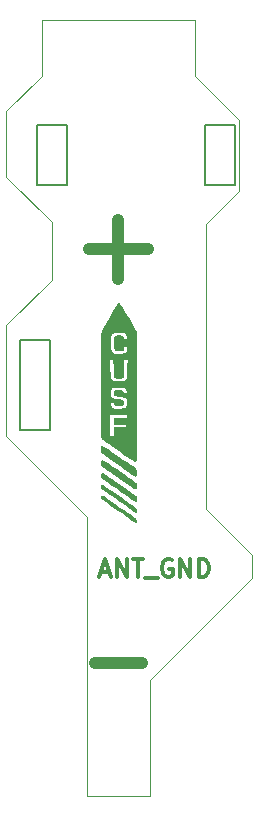
<source format=gbr>
%TF.GenerationSoftware,KiCad,Pcbnew,(5.0.0-rc3-dev)*%
%TF.CreationDate,2019-02-19T23:04:41+00:00*%
%TF.ProjectId,battery_breakout,626174746572795F627265616B6F7574,rev?*%
%TF.SameCoordinates,Original*%
%TF.FileFunction,Legend,Top*%
%TF.FilePolarity,Positive*%
%FSLAX46Y46*%
G04 Gerber Fmt 4.6, Leading zero omitted, Abs format (unit mm)*
G04 Created by KiCad (PCBNEW (5.0.0-rc3-dev)) date 02/19/19 23:04:41*
%MOMM*%
%LPD*%
G01*
G04 APERTURE LIST*
%ADD10C,0.300000*%
%ADD11C,0.010000*%
%ADD12C,1.000000*%
%ADD13C,0.100000*%
%ADD14C,0.150000*%
G04 APERTURE END LIST*
D10*
X147728571Y-135450000D02*
X148442857Y-135450000D01*
X147585714Y-135878571D02*
X148085714Y-134378571D01*
X148585714Y-135878571D01*
X149085714Y-135878571D02*
X149085714Y-134378571D01*
X149942857Y-135878571D01*
X149942857Y-134378571D01*
X150442857Y-134378571D02*
X151300000Y-134378571D01*
X150871428Y-135878571D02*
X150871428Y-134378571D01*
X151442857Y-136021428D02*
X152585714Y-136021428D01*
X153728571Y-134450000D02*
X153585714Y-134378571D01*
X153371428Y-134378571D01*
X153157142Y-134450000D01*
X153014285Y-134592857D01*
X152942857Y-134735714D01*
X152871428Y-135021428D01*
X152871428Y-135235714D01*
X152942857Y-135521428D01*
X153014285Y-135664285D01*
X153157142Y-135807142D01*
X153371428Y-135878571D01*
X153514285Y-135878571D01*
X153728571Y-135807142D01*
X153800000Y-135735714D01*
X153800000Y-135235714D01*
X153514285Y-135235714D01*
X154442857Y-135878571D02*
X154442857Y-134378571D01*
X155300000Y-135878571D01*
X155300000Y-134378571D01*
X156014285Y-135878571D02*
X156014285Y-134378571D01*
X156371428Y-134378571D01*
X156585714Y-134450000D01*
X156728571Y-134592857D01*
X156800000Y-134735714D01*
X156871428Y-135021428D01*
X156871428Y-135235714D01*
X156800000Y-135521428D01*
X156728571Y-135664285D01*
X156585714Y-135807142D01*
X156371428Y-135878571D01*
X156014285Y-135878571D01*
D11*
X156600000Y-130100000D02*
X160500000Y-134000000D01*
X160500000Y-134000000D02*
X160500000Y-136000000D01*
X139700000Y-96450000D02*
X139700000Y-102000000D01*
X143550000Y-110750000D02*
X143550000Y-105850000D01*
X139700000Y-114600000D02*
X143550000Y-110750000D01*
X139700000Y-102000000D02*
X143550000Y-105850000D01*
X151900000Y-154400000D02*
X151900000Y-144600000D01*
X160500000Y-136000000D02*
X151900000Y-144600000D01*
X146500000Y-130800000D02*
X139700000Y-124000000D01*
X146500000Y-154400000D02*
X146500000Y-130800000D01*
X151900000Y-154400000D02*
X146500000Y-154400000D01*
X156600000Y-130100000D02*
X156600000Y-106050000D01*
X156600000Y-106050000D02*
X159450000Y-103200000D01*
X159450000Y-103200000D02*
X159450000Y-97200000D01*
X139700000Y-114600000D02*
X139700000Y-124000000D01*
X155700000Y-88700000D02*
X155700000Y-93450000D01*
X159450000Y-97200000D02*
X155700000Y-93450000D01*
X142700000Y-93450000D02*
X142700000Y-88700000D01*
X139700000Y-96450000D02*
X142700000Y-93450000D01*
X155700000Y-88700000D02*
X142700000Y-88700000D01*
D12*
X147200000Y-143150000D02*
X151200000Y-143150000D01*
X146700000Y-108150000D02*
X151700000Y-108150000D01*
X149200000Y-105650000D02*
X149200000Y-110650000D01*
D13*
G36*
X150676375Y-120614241D02*
X150676337Y-121309253D01*
X150676207Y-121943510D01*
X150675961Y-122519757D01*
X150675572Y-123040740D01*
X150675017Y-123509203D01*
X150674269Y-123927892D01*
X150673304Y-124299551D01*
X150672096Y-124626927D01*
X150670621Y-124912763D01*
X150668854Y-125159806D01*
X150666769Y-125370800D01*
X150664341Y-125548490D01*
X150661546Y-125695621D01*
X150658357Y-125814940D01*
X150654751Y-125909190D01*
X150650702Y-125981116D01*
X150646184Y-126033465D01*
X150641174Y-126068981D01*
X150635645Y-126090409D01*
X150629573Y-126100495D01*
X150626240Y-126102159D01*
X150575552Y-126090192D01*
X150492640Y-126049442D01*
X150403990Y-125994333D01*
X150153216Y-125822680D01*
X149970819Y-125697222D01*
X149970819Y-116330250D01*
X149795913Y-116330250D01*
X149621008Y-116330250D01*
X149604593Y-116475886D01*
X149587049Y-116571745D01*
X149562077Y-116642640D01*
X149551287Y-116658448D01*
X149504056Y-116676529D01*
X149410077Y-116692489D01*
X149286102Y-116703776D01*
X149237724Y-116706190D01*
X149099152Y-116709850D01*
X148996777Y-116702980D01*
X148924863Y-116677401D01*
X148877674Y-116624938D01*
X148849475Y-116537412D01*
X148834529Y-116406647D01*
X148827100Y-116224464D01*
X148824537Y-116117137D01*
X148821107Y-115894011D01*
X148825391Y-115726382D01*
X148842183Y-115606315D01*
X148876279Y-115525873D01*
X148932472Y-115477122D01*
X149015557Y-115452125D01*
X149130328Y-115442947D01*
X149232622Y-115441683D01*
X149392919Y-115451515D01*
X149499687Y-115484603D01*
X149559970Y-115545149D01*
X149580812Y-115637352D01*
X149581000Y-115649425D01*
X149581000Y-115758750D01*
X149755625Y-115758750D01*
X149930250Y-115758750D01*
X149930250Y-115612735D01*
X149915941Y-115451846D01*
X149869237Y-115329152D01*
X149784469Y-115240746D01*
X149655966Y-115182720D01*
X149478061Y-115151166D01*
X149247625Y-115142167D01*
X149006101Y-115152090D01*
X148818833Y-115184067D01*
X148678683Y-115243922D01*
X148578516Y-115337476D01*
X148511196Y-115470553D01*
X148469588Y-115648975D01*
X148453083Y-115790500D01*
X148446883Y-115943161D01*
X148450805Y-116119736D01*
X148463276Y-116304149D01*
X148482721Y-116480325D01*
X148507566Y-116632190D01*
X148536237Y-116743668D01*
X148549556Y-116775585D01*
X148618860Y-116874213D01*
X148714858Y-116944898D01*
X148845677Y-116990186D01*
X149019444Y-117012620D01*
X149244285Y-117014746D01*
X149306274Y-117012537D01*
X149511864Y-116996964D01*
X149660640Y-116969625D01*
X149734899Y-116942577D01*
X149831868Y-116875563D01*
X149897457Y-116778731D01*
X149937813Y-116640146D01*
X149953843Y-116517460D01*
X149970819Y-116330250D01*
X149970819Y-125697222D01*
X149969285Y-125696166D01*
X149969285Y-117473250D01*
X149794462Y-117473250D01*
X149619640Y-117473250D01*
X149608153Y-118190514D01*
X149604279Y-118421682D01*
X149600412Y-118597732D01*
X149595624Y-118727038D01*
X149588984Y-118817976D01*
X149579563Y-118878921D01*
X149566432Y-118918247D01*
X149548661Y-118944329D01*
X149525320Y-118965542D01*
X149521816Y-118968389D01*
X149436966Y-119006875D01*
X149312751Y-119028610D01*
X149171056Y-119033597D01*
X149033766Y-119021837D01*
X148922765Y-118993331D01*
X148878079Y-118968345D01*
X148853913Y-118947174D01*
X148835458Y-118922306D01*
X148821792Y-118885366D01*
X148811995Y-118827979D01*
X148805146Y-118741771D01*
X148800324Y-118618367D01*
X148796609Y-118449391D01*
X148793078Y-118226468D01*
X148792546Y-118190470D01*
X148781968Y-117473250D01*
X148609984Y-117473250D01*
X148438000Y-117473250D01*
X148438000Y-118119791D01*
X148439932Y-118414346D01*
X148447155Y-118652315D01*
X148461805Y-118840532D01*
X148486020Y-118985833D01*
X148521936Y-119095052D01*
X148571692Y-119175025D01*
X148637423Y-119232586D01*
X148721268Y-119274571D01*
X148807969Y-119303003D01*
X148941744Y-119327014D01*
X149108519Y-119337071D01*
X149288522Y-119334080D01*
X149461982Y-119318946D01*
X149609129Y-119292575D01*
X149698275Y-119262233D01*
X149769525Y-119223568D01*
X149825663Y-119180595D01*
X149868637Y-119125532D01*
X149900394Y-119050598D01*
X149922882Y-118948012D01*
X149938048Y-118809992D01*
X149947839Y-118628756D01*
X149954202Y-118396523D01*
X149957216Y-118227500D01*
X149969285Y-117473250D01*
X149969285Y-125696166D01*
X149962000Y-125691156D01*
X149962000Y-122394500D01*
X149962000Y-122251625D01*
X149962000Y-122108750D01*
X149936942Y-122108750D01*
X149936942Y-121089276D01*
X149931711Y-120933491D01*
X149909350Y-120814420D01*
X149862163Y-120725951D01*
X149782456Y-120661968D01*
X149662533Y-120616357D01*
X149494700Y-120583004D01*
X149271260Y-120555795D01*
X149264689Y-120555119D01*
X149116337Y-120537442D01*
X148989547Y-120517731D01*
X148898748Y-120498526D01*
X148859876Y-120483899D01*
X148831224Y-120426480D01*
X148820391Y-120333808D01*
X148827082Y-120231490D01*
X148851002Y-120145134D01*
X148864050Y-120122505D01*
X148895003Y-120092000D01*
X148942794Y-120073423D01*
X149021824Y-120064002D01*
X149146493Y-120060962D01*
X149184047Y-120060875D01*
X149344514Y-120066619D01*
X149451715Y-120087254D01*
X149515127Y-120127879D01*
X149544224Y-120193595D01*
X149549250Y-120257443D01*
X149554693Y-120299512D01*
X149581312Y-120321423D01*
X149644542Y-120329655D01*
X149723875Y-120330750D01*
X149898500Y-120330750D01*
X149898500Y-120218605D01*
X149885358Y-120109209D01*
X149853581Y-119999017D01*
X149852017Y-119995212D01*
X149805877Y-119915516D01*
X149737811Y-119857258D01*
X149638801Y-119817536D01*
X149499829Y-119793448D01*
X149311879Y-119782090D01*
X149184125Y-119780217D01*
X148951206Y-119785497D01*
X148773757Y-119807158D01*
X148644670Y-119850801D01*
X148556837Y-119922028D01*
X148503150Y-120026440D01*
X148476500Y-120169639D01*
X148469750Y-120343169D01*
X148474688Y-120478955D01*
X148494278Y-120585219D01*
X148535684Y-120666554D01*
X148606069Y-120727554D01*
X148712597Y-120772813D01*
X148862433Y-120806924D01*
X149062738Y-120834481D01*
X149268376Y-120855289D01*
X149385781Y-120871359D01*
X149483244Y-120893899D01*
X149535413Y-120915689D01*
X149572620Y-120976281D01*
X149589423Y-121072196D01*
X149585783Y-121178611D01*
X149561655Y-121270701D01*
X149536081Y-121310025D01*
X149473934Y-121340238D01*
X149368058Y-121362244D01*
X149237871Y-121374525D01*
X149102791Y-121375561D01*
X148982237Y-121363836D01*
X148946000Y-121356165D01*
X148872460Y-121329324D01*
X148832010Y-121283557D01*
X148805545Y-121196944D01*
X148804964Y-121194363D01*
X148775054Y-121061000D01*
X148602922Y-121061000D01*
X148430789Y-121061000D01*
X148452970Y-121208911D01*
X148487329Y-121373091D01*
X148539633Y-121486697D01*
X148620837Y-121562266D01*
X148741901Y-121612340D01*
X148822818Y-121632162D01*
X148938931Y-121646734D01*
X149091229Y-121652066D01*
X149261142Y-121649048D01*
X149430100Y-121638566D01*
X149579533Y-121621509D01*
X149690870Y-121598764D01*
X149718017Y-121589368D01*
X149816787Y-121528471D01*
X149883397Y-121436646D01*
X149921951Y-121304513D01*
X149936557Y-121122695D01*
X149936942Y-121089276D01*
X149936942Y-122108750D01*
X149200000Y-122108750D01*
X148438000Y-122108750D01*
X148438000Y-123029500D01*
X148438000Y-123950250D01*
X148612625Y-123950250D01*
X148787250Y-123950250D01*
X148787250Y-123569250D01*
X148787250Y-123188250D01*
X149295250Y-123188250D01*
X149803250Y-123188250D01*
X149803250Y-123045375D01*
X149803250Y-122902500D01*
X149295250Y-122902500D01*
X148787250Y-122902500D01*
X148787250Y-122648500D01*
X148787250Y-122394500D01*
X149374625Y-122394500D01*
X149962000Y-122394500D01*
X149962000Y-125691156D01*
X149891382Y-125642583D01*
X149623780Y-125457752D01*
X149355702Y-125271897D01*
X149092442Y-125088728D01*
X148839290Y-124911954D01*
X148601539Y-124745285D01*
X148384482Y-124592431D01*
X148193411Y-124457103D01*
X148033618Y-124343009D01*
X147910396Y-124253860D01*
X147829037Y-124193365D01*
X147795062Y-124165504D01*
X147787282Y-124154012D01*
X147780262Y-124136137D01*
X147773962Y-124108744D01*
X147768345Y-124068697D01*
X147763370Y-124012861D01*
X147759000Y-123938099D01*
X147755195Y-123841276D01*
X147751916Y-123719257D01*
X147749125Y-123568907D01*
X147746783Y-123387088D01*
X147744852Y-123170667D01*
X147743291Y-122916506D01*
X147742063Y-122621471D01*
X147741128Y-122282427D01*
X147740449Y-121896236D01*
X147739985Y-121459765D01*
X147739698Y-120969877D01*
X147739550Y-120423436D01*
X147739501Y-119817308D01*
X147739500Y-119678424D01*
X147739709Y-118972948D01*
X147740340Y-118330167D01*
X147741401Y-117749276D01*
X147742895Y-117229470D01*
X147744830Y-116769946D01*
X147747211Y-116369898D01*
X147750045Y-116028523D01*
X147753337Y-115745017D01*
X147757093Y-115518574D01*
X147761320Y-115348391D01*
X147766023Y-115233663D01*
X147771208Y-115173586D01*
X147773068Y-115165504D01*
X147795370Y-115119428D01*
X147845416Y-115024207D01*
X147919819Y-114886038D01*
X148015188Y-114711120D01*
X148128137Y-114505651D01*
X148255275Y-114275830D01*
X148393215Y-114027855D01*
X148477934Y-113876188D01*
X148643016Y-113581811D01*
X148780446Y-113338594D01*
X148893041Y-113141982D01*
X148983617Y-112987422D01*
X149054990Y-112870360D01*
X149109977Y-112786243D01*
X149151394Y-112730517D01*
X149182057Y-112698628D01*
X149204782Y-112686022D01*
X149214302Y-112685563D01*
X149238914Y-112701980D01*
X149278164Y-112748453D01*
X149334271Y-112828554D01*
X149409452Y-112945855D01*
X149505926Y-113103929D01*
X149625911Y-113306348D01*
X149771624Y-113556684D01*
X149945283Y-113858511D01*
X149977875Y-113915427D01*
X150676375Y-115135979D01*
X150676375Y-120614241D01*
X150676375Y-120614241D01*
G37*
X150676375Y-120614241D02*
X150676337Y-121309253D01*
X150676207Y-121943510D01*
X150675961Y-122519757D01*
X150675572Y-123040740D01*
X150675017Y-123509203D01*
X150674269Y-123927892D01*
X150673304Y-124299551D01*
X150672096Y-124626927D01*
X150670621Y-124912763D01*
X150668854Y-125159806D01*
X150666769Y-125370800D01*
X150664341Y-125548490D01*
X150661546Y-125695621D01*
X150658357Y-125814940D01*
X150654751Y-125909190D01*
X150650702Y-125981116D01*
X150646184Y-126033465D01*
X150641174Y-126068981D01*
X150635645Y-126090409D01*
X150629573Y-126100495D01*
X150626240Y-126102159D01*
X150575552Y-126090192D01*
X150492640Y-126049442D01*
X150403990Y-125994333D01*
X150153216Y-125822680D01*
X149970819Y-125697222D01*
X149970819Y-116330250D01*
X149795913Y-116330250D01*
X149621008Y-116330250D01*
X149604593Y-116475886D01*
X149587049Y-116571745D01*
X149562077Y-116642640D01*
X149551287Y-116658448D01*
X149504056Y-116676529D01*
X149410077Y-116692489D01*
X149286102Y-116703776D01*
X149237724Y-116706190D01*
X149099152Y-116709850D01*
X148996777Y-116702980D01*
X148924863Y-116677401D01*
X148877674Y-116624938D01*
X148849475Y-116537412D01*
X148834529Y-116406647D01*
X148827100Y-116224464D01*
X148824537Y-116117137D01*
X148821107Y-115894011D01*
X148825391Y-115726382D01*
X148842183Y-115606315D01*
X148876279Y-115525873D01*
X148932472Y-115477122D01*
X149015557Y-115452125D01*
X149130328Y-115442947D01*
X149232622Y-115441683D01*
X149392919Y-115451515D01*
X149499687Y-115484603D01*
X149559970Y-115545149D01*
X149580812Y-115637352D01*
X149581000Y-115649425D01*
X149581000Y-115758750D01*
X149755625Y-115758750D01*
X149930250Y-115758750D01*
X149930250Y-115612735D01*
X149915941Y-115451846D01*
X149869237Y-115329152D01*
X149784469Y-115240746D01*
X149655966Y-115182720D01*
X149478061Y-115151166D01*
X149247625Y-115142167D01*
X149006101Y-115152090D01*
X148818833Y-115184067D01*
X148678683Y-115243922D01*
X148578516Y-115337476D01*
X148511196Y-115470553D01*
X148469588Y-115648975D01*
X148453083Y-115790500D01*
X148446883Y-115943161D01*
X148450805Y-116119736D01*
X148463276Y-116304149D01*
X148482721Y-116480325D01*
X148507566Y-116632190D01*
X148536237Y-116743668D01*
X148549556Y-116775585D01*
X148618860Y-116874213D01*
X148714858Y-116944898D01*
X148845677Y-116990186D01*
X149019444Y-117012620D01*
X149244285Y-117014746D01*
X149306274Y-117012537D01*
X149511864Y-116996964D01*
X149660640Y-116969625D01*
X149734899Y-116942577D01*
X149831868Y-116875563D01*
X149897457Y-116778731D01*
X149937813Y-116640146D01*
X149953843Y-116517460D01*
X149970819Y-116330250D01*
X149970819Y-125697222D01*
X149969285Y-125696166D01*
X149969285Y-117473250D01*
X149794462Y-117473250D01*
X149619640Y-117473250D01*
X149608153Y-118190514D01*
X149604279Y-118421682D01*
X149600412Y-118597732D01*
X149595624Y-118727038D01*
X149588984Y-118817976D01*
X149579563Y-118878921D01*
X149566432Y-118918247D01*
X149548661Y-118944329D01*
X149525320Y-118965542D01*
X149521816Y-118968389D01*
X149436966Y-119006875D01*
X149312751Y-119028610D01*
X149171056Y-119033597D01*
X149033766Y-119021837D01*
X148922765Y-118993331D01*
X148878079Y-118968345D01*
X148853913Y-118947174D01*
X148835458Y-118922306D01*
X148821792Y-118885366D01*
X148811995Y-118827979D01*
X148805146Y-118741771D01*
X148800324Y-118618367D01*
X148796609Y-118449391D01*
X148793078Y-118226468D01*
X148792546Y-118190470D01*
X148781968Y-117473250D01*
X148609984Y-117473250D01*
X148438000Y-117473250D01*
X148438000Y-118119791D01*
X148439932Y-118414346D01*
X148447155Y-118652315D01*
X148461805Y-118840532D01*
X148486020Y-118985833D01*
X148521936Y-119095052D01*
X148571692Y-119175025D01*
X148637423Y-119232586D01*
X148721268Y-119274571D01*
X148807969Y-119303003D01*
X148941744Y-119327014D01*
X149108519Y-119337071D01*
X149288522Y-119334080D01*
X149461982Y-119318946D01*
X149609129Y-119292575D01*
X149698275Y-119262233D01*
X149769525Y-119223568D01*
X149825663Y-119180595D01*
X149868637Y-119125532D01*
X149900394Y-119050598D01*
X149922882Y-118948012D01*
X149938048Y-118809992D01*
X149947839Y-118628756D01*
X149954202Y-118396523D01*
X149957216Y-118227500D01*
X149969285Y-117473250D01*
X149969285Y-125696166D01*
X149962000Y-125691156D01*
X149962000Y-122394500D01*
X149962000Y-122251625D01*
X149962000Y-122108750D01*
X149936942Y-122108750D01*
X149936942Y-121089276D01*
X149931711Y-120933491D01*
X149909350Y-120814420D01*
X149862163Y-120725951D01*
X149782456Y-120661968D01*
X149662533Y-120616357D01*
X149494700Y-120583004D01*
X149271260Y-120555795D01*
X149264689Y-120555119D01*
X149116337Y-120537442D01*
X148989547Y-120517731D01*
X148898748Y-120498526D01*
X148859876Y-120483899D01*
X148831224Y-120426480D01*
X148820391Y-120333808D01*
X148827082Y-120231490D01*
X148851002Y-120145134D01*
X148864050Y-120122505D01*
X148895003Y-120092000D01*
X148942794Y-120073423D01*
X149021824Y-120064002D01*
X149146493Y-120060962D01*
X149184047Y-120060875D01*
X149344514Y-120066619D01*
X149451715Y-120087254D01*
X149515127Y-120127879D01*
X149544224Y-120193595D01*
X149549250Y-120257443D01*
X149554693Y-120299512D01*
X149581312Y-120321423D01*
X149644542Y-120329655D01*
X149723875Y-120330750D01*
X149898500Y-120330750D01*
X149898500Y-120218605D01*
X149885358Y-120109209D01*
X149853581Y-119999017D01*
X149852017Y-119995212D01*
X149805877Y-119915516D01*
X149737811Y-119857258D01*
X149638801Y-119817536D01*
X149499829Y-119793448D01*
X149311879Y-119782090D01*
X149184125Y-119780217D01*
X148951206Y-119785497D01*
X148773757Y-119807158D01*
X148644670Y-119850801D01*
X148556837Y-119922028D01*
X148503150Y-120026440D01*
X148476500Y-120169639D01*
X148469750Y-120343169D01*
X148474688Y-120478955D01*
X148494278Y-120585219D01*
X148535684Y-120666554D01*
X148606069Y-120727554D01*
X148712597Y-120772813D01*
X148862433Y-120806924D01*
X149062738Y-120834481D01*
X149268376Y-120855289D01*
X149385781Y-120871359D01*
X149483244Y-120893899D01*
X149535413Y-120915689D01*
X149572620Y-120976281D01*
X149589423Y-121072196D01*
X149585783Y-121178611D01*
X149561655Y-121270701D01*
X149536081Y-121310025D01*
X149473934Y-121340238D01*
X149368058Y-121362244D01*
X149237871Y-121374525D01*
X149102791Y-121375561D01*
X148982237Y-121363836D01*
X148946000Y-121356165D01*
X148872460Y-121329324D01*
X148832010Y-121283557D01*
X148805545Y-121196944D01*
X148804964Y-121194363D01*
X148775054Y-121061000D01*
X148602922Y-121061000D01*
X148430789Y-121061000D01*
X148452970Y-121208911D01*
X148487329Y-121373091D01*
X148539633Y-121486697D01*
X148620837Y-121562266D01*
X148741901Y-121612340D01*
X148822818Y-121632162D01*
X148938931Y-121646734D01*
X149091229Y-121652066D01*
X149261142Y-121649048D01*
X149430100Y-121638566D01*
X149579533Y-121621509D01*
X149690870Y-121598764D01*
X149718017Y-121589368D01*
X149816787Y-121528471D01*
X149883397Y-121436646D01*
X149921951Y-121304513D01*
X149936557Y-121122695D01*
X149936942Y-121089276D01*
X149936942Y-122108750D01*
X149200000Y-122108750D01*
X148438000Y-122108750D01*
X148438000Y-123029500D01*
X148438000Y-123950250D01*
X148612625Y-123950250D01*
X148787250Y-123950250D01*
X148787250Y-123569250D01*
X148787250Y-123188250D01*
X149295250Y-123188250D01*
X149803250Y-123188250D01*
X149803250Y-123045375D01*
X149803250Y-122902500D01*
X149295250Y-122902500D01*
X148787250Y-122902500D01*
X148787250Y-122648500D01*
X148787250Y-122394500D01*
X149374625Y-122394500D01*
X149962000Y-122394500D01*
X149962000Y-125691156D01*
X149891382Y-125642583D01*
X149623780Y-125457752D01*
X149355702Y-125271897D01*
X149092442Y-125088728D01*
X148839290Y-124911954D01*
X148601539Y-124745285D01*
X148384482Y-124592431D01*
X148193411Y-124457103D01*
X148033618Y-124343009D01*
X147910396Y-124253860D01*
X147829037Y-124193365D01*
X147795062Y-124165504D01*
X147787282Y-124154012D01*
X147780262Y-124136137D01*
X147773962Y-124108744D01*
X147768345Y-124068697D01*
X147763370Y-124012861D01*
X147759000Y-123938099D01*
X147755195Y-123841276D01*
X147751916Y-123719257D01*
X147749125Y-123568907D01*
X147746783Y-123387088D01*
X147744852Y-123170667D01*
X147743291Y-122916506D01*
X147742063Y-122621471D01*
X147741128Y-122282427D01*
X147740449Y-121896236D01*
X147739985Y-121459765D01*
X147739698Y-120969877D01*
X147739550Y-120423436D01*
X147739501Y-119817308D01*
X147739500Y-119678424D01*
X147739709Y-118972948D01*
X147740340Y-118330167D01*
X147741401Y-117749276D01*
X147742895Y-117229470D01*
X147744830Y-116769946D01*
X147747211Y-116369898D01*
X147750045Y-116028523D01*
X147753337Y-115745017D01*
X147757093Y-115518574D01*
X147761320Y-115348391D01*
X147766023Y-115233663D01*
X147771208Y-115173586D01*
X147773068Y-115165504D01*
X147795370Y-115119428D01*
X147845416Y-115024207D01*
X147919819Y-114886038D01*
X148015188Y-114711120D01*
X148128137Y-114505651D01*
X148255275Y-114275830D01*
X148393215Y-114027855D01*
X148477934Y-113876188D01*
X148643016Y-113581811D01*
X148780446Y-113338594D01*
X148893041Y-113141982D01*
X148983617Y-112987422D01*
X149054990Y-112870360D01*
X149109977Y-112786243D01*
X149151394Y-112730517D01*
X149182057Y-112698628D01*
X149204782Y-112686022D01*
X149214302Y-112685563D01*
X149238914Y-112701980D01*
X149278164Y-112748453D01*
X149334271Y-112828554D01*
X149409452Y-112945855D01*
X149505926Y-113103929D01*
X149625911Y-113306348D01*
X149771624Y-113556684D01*
X149945283Y-113858511D01*
X149977875Y-113915427D01*
X150676375Y-115135979D01*
X150676375Y-120614241D01*
G36*
X150692250Y-127065267D02*
X150691183Y-127190265D01*
X150685512Y-127264664D01*
X150671530Y-127301355D01*
X150645531Y-127313233D01*
X150620812Y-127313765D01*
X150571110Y-127295441D01*
X150480722Y-127246179D01*
X150360317Y-127172391D01*
X150220560Y-127080490D01*
X150136625Y-127022668D01*
X150006238Y-126931501D01*
X149833995Y-126811315D01*
X149630210Y-126669292D01*
X149405197Y-126512617D01*
X149169269Y-126348471D01*
X148932739Y-126184038D01*
X148834875Y-126116046D01*
X148619482Y-125965675D01*
X148416762Y-125822715D01*
X148233689Y-125692193D01*
X148077233Y-125579135D01*
X147954368Y-125488567D01*
X147872067Y-125425517D01*
X147842687Y-125400790D01*
X147790644Y-125347922D01*
X147759893Y-125299144D01*
X147744848Y-125235749D01*
X147739922Y-125139031D01*
X147739500Y-125055271D01*
X147740603Y-124931064D01*
X147746426Y-124857341D01*
X147760734Y-124821093D01*
X147787295Y-124809312D01*
X147810937Y-124808579D01*
X147848791Y-124826401D01*
X147932541Y-124876741D01*
X148056207Y-124955491D01*
X148213810Y-125058548D01*
X148399370Y-125181806D01*
X148606909Y-125321158D01*
X148830446Y-125472500D01*
X149064003Y-125631725D01*
X149301599Y-125794729D01*
X149537256Y-125957405D01*
X149764994Y-126115648D01*
X149978834Y-126265354D01*
X150172796Y-126402415D01*
X150340901Y-126522726D01*
X150477169Y-126622183D01*
X150575621Y-126696679D01*
X150630278Y-126742108D01*
X150636687Y-126748783D01*
X150667318Y-126802660D01*
X150684797Y-126883900D01*
X150691788Y-127007668D01*
X150692250Y-127065267D01*
X150692250Y-127065267D01*
G37*
X150692250Y-127065267D02*
X150691183Y-127190265D01*
X150685512Y-127264664D01*
X150671530Y-127301355D01*
X150645531Y-127313233D01*
X150620812Y-127313765D01*
X150571110Y-127295441D01*
X150480722Y-127246179D01*
X150360317Y-127172391D01*
X150220560Y-127080490D01*
X150136625Y-127022668D01*
X150006238Y-126931501D01*
X149833995Y-126811315D01*
X149630210Y-126669292D01*
X149405197Y-126512617D01*
X149169269Y-126348471D01*
X148932739Y-126184038D01*
X148834875Y-126116046D01*
X148619482Y-125965675D01*
X148416762Y-125822715D01*
X148233689Y-125692193D01*
X148077233Y-125579135D01*
X147954368Y-125488567D01*
X147872067Y-125425517D01*
X147842687Y-125400790D01*
X147790644Y-125347922D01*
X147759893Y-125299144D01*
X147744848Y-125235749D01*
X147739922Y-125139031D01*
X147739500Y-125055271D01*
X147740603Y-124931064D01*
X147746426Y-124857341D01*
X147760734Y-124821093D01*
X147787295Y-124809312D01*
X147810937Y-124808579D01*
X147848791Y-124826401D01*
X147932541Y-124876741D01*
X148056207Y-124955491D01*
X148213810Y-125058548D01*
X148399370Y-125181806D01*
X148606909Y-125321158D01*
X148830446Y-125472500D01*
X149064003Y-125631725D01*
X149301599Y-125794729D01*
X149537256Y-125957405D01*
X149764994Y-126115648D01*
X149978834Y-126265354D01*
X150172796Y-126402415D01*
X150340901Y-126522726D01*
X150477169Y-126622183D01*
X150575621Y-126696679D01*
X150630278Y-126742108D01*
X150636687Y-126748783D01*
X150667318Y-126802660D01*
X150684797Y-126883900D01*
X150691788Y-127007668D01*
X150692250Y-127065267D01*
G36*
X150692250Y-128187431D02*
X150690642Y-128299021D01*
X150682565Y-128361275D01*
X150663134Y-128388336D01*
X150627465Y-128394348D01*
X150620812Y-128394314D01*
X150580464Y-128376293D01*
X150492782Y-128324618D01*
X150362296Y-128242277D01*
X150193532Y-128132257D01*
X149991020Y-127997546D01*
X149759287Y-127841133D01*
X149502863Y-127666003D01*
X149226275Y-127475146D01*
X149200000Y-127456919D01*
X148937632Y-127274298D01*
X148689915Y-127100837D01*
X148461998Y-126940213D01*
X148259030Y-126796104D01*
X148086160Y-126672187D01*
X147948538Y-126572140D01*
X147851312Y-126499641D01*
X147799633Y-126458367D01*
X147793682Y-126452508D01*
X147760430Y-126382205D01*
X147743434Y-126283439D01*
X147741986Y-126175448D01*
X147755381Y-126077466D01*
X147782913Y-126008731D01*
X147810723Y-125988219D01*
X147844998Y-126004014D01*
X147925311Y-126052228D01*
X148045723Y-126128799D01*
X148200295Y-126229667D01*
X148383087Y-126350774D01*
X148588160Y-126488058D01*
X148809577Y-126637459D01*
X149041396Y-126794918D01*
X149277680Y-126956374D01*
X149512489Y-127117767D01*
X149739885Y-127275037D01*
X149953927Y-127424124D01*
X150148678Y-127560968D01*
X150318198Y-127681508D01*
X150456547Y-127781685D01*
X150557788Y-127857438D01*
X150615980Y-127904708D01*
X150620812Y-127909271D01*
X150661236Y-127960068D01*
X150683081Y-128024515D01*
X150691483Y-128122611D01*
X150692250Y-128187431D01*
X150692250Y-128187431D01*
G37*
X150692250Y-128187431D02*
X150690642Y-128299021D01*
X150682565Y-128361275D01*
X150663134Y-128388336D01*
X150627465Y-128394348D01*
X150620812Y-128394314D01*
X150580464Y-128376293D01*
X150492782Y-128324618D01*
X150362296Y-128242277D01*
X150193532Y-128132257D01*
X149991020Y-127997546D01*
X149759287Y-127841133D01*
X149502863Y-127666003D01*
X149226275Y-127475146D01*
X149200000Y-127456919D01*
X148937632Y-127274298D01*
X148689915Y-127100837D01*
X148461998Y-126940213D01*
X148259030Y-126796104D01*
X148086160Y-126672187D01*
X147948538Y-126572140D01*
X147851312Y-126499641D01*
X147799633Y-126458367D01*
X147793682Y-126452508D01*
X147760430Y-126382205D01*
X147743434Y-126283439D01*
X147741986Y-126175448D01*
X147755381Y-126077466D01*
X147782913Y-126008731D01*
X147810723Y-125988219D01*
X147844998Y-126004014D01*
X147925311Y-126052228D01*
X148045723Y-126128799D01*
X148200295Y-126229667D01*
X148383087Y-126350774D01*
X148588160Y-126488058D01*
X148809577Y-126637459D01*
X149041396Y-126794918D01*
X149277680Y-126956374D01*
X149512489Y-127117767D01*
X149739885Y-127275037D01*
X149953927Y-127424124D01*
X150148678Y-127560968D01*
X150318198Y-127681508D01*
X150456547Y-127781685D01*
X150557788Y-127857438D01*
X150615980Y-127904708D01*
X150620812Y-127909271D01*
X150661236Y-127960068D01*
X150683081Y-128024515D01*
X150691483Y-128122611D01*
X150692250Y-128187431D01*
G36*
X150692250Y-129301618D02*
X150688607Y-129389393D01*
X150672018Y-129430421D01*
X150633994Y-129441297D01*
X150620812Y-129441266D01*
X150580543Y-129423133D01*
X150493579Y-129371737D01*
X150365073Y-129290479D01*
X150200178Y-129182759D01*
X150004046Y-129051977D01*
X149781831Y-128901533D01*
X149538685Y-128734826D01*
X149309636Y-128576079D01*
X149053827Y-128397829D01*
X148808737Y-128226889D01*
X148580374Y-128067461D01*
X148374746Y-127923745D01*
X148197858Y-127799942D01*
X148055718Y-127700252D01*
X147954334Y-127628877D01*
X147903146Y-127592499D01*
X147736395Y-127472374D01*
X147745884Y-127290874D01*
X147753736Y-127187885D01*
X147767914Y-127133364D01*
X147795098Y-127112284D01*
X147826544Y-127109375D01*
X147868854Y-127127297D01*
X147956606Y-127178280D01*
X148083806Y-127258149D01*
X148244459Y-127362729D01*
X148432571Y-127487846D01*
X148642146Y-127629324D01*
X148867192Y-127782989D01*
X149101712Y-127944666D01*
X149339713Y-128110179D01*
X149575199Y-128275354D01*
X149802178Y-128436016D01*
X150014653Y-128587991D01*
X150206630Y-128727103D01*
X150372115Y-128849177D01*
X150505114Y-128950039D01*
X150599631Y-129025513D01*
X150649673Y-129071425D01*
X150655509Y-129079601D01*
X150678778Y-129162849D01*
X150691463Y-129270822D01*
X150692250Y-129301618D01*
X150692250Y-129301618D01*
G37*
X150692250Y-129301618D02*
X150688607Y-129389393D01*
X150672018Y-129430421D01*
X150633994Y-129441297D01*
X150620812Y-129441266D01*
X150580543Y-129423133D01*
X150493579Y-129371737D01*
X150365073Y-129290479D01*
X150200178Y-129182759D01*
X150004046Y-129051977D01*
X149781831Y-128901533D01*
X149538685Y-128734826D01*
X149309636Y-128576079D01*
X149053827Y-128397829D01*
X148808737Y-128226889D01*
X148580374Y-128067461D01*
X148374746Y-127923745D01*
X148197858Y-127799942D01*
X148055718Y-127700252D01*
X147954334Y-127628877D01*
X147903146Y-127592499D01*
X147736395Y-127472374D01*
X147745884Y-127290874D01*
X147753736Y-127187885D01*
X147767914Y-127133364D01*
X147795098Y-127112284D01*
X147826544Y-127109375D01*
X147868854Y-127127297D01*
X147956606Y-127178280D01*
X148083806Y-127258149D01*
X148244459Y-127362729D01*
X148432571Y-127487846D01*
X148642146Y-127629324D01*
X148867192Y-127782989D01*
X149101712Y-127944666D01*
X149339713Y-128110179D01*
X149575199Y-128275354D01*
X149802178Y-128436016D01*
X150014653Y-128587991D01*
X150206630Y-128727103D01*
X150372115Y-128849177D01*
X150505114Y-128950039D01*
X150599631Y-129025513D01*
X150649673Y-129071425D01*
X150655509Y-129079601D01*
X150678778Y-129162849D01*
X150691463Y-129270822D01*
X150692250Y-129301618D01*
G36*
X150692250Y-130239441D02*
X150686218Y-130322215D01*
X150663097Y-130358071D01*
X150633153Y-130363750D01*
X150596297Y-130346084D01*
X150512578Y-130295359D01*
X150387120Y-130214984D01*
X150225043Y-130108367D01*
X150031471Y-129978916D01*
X149811526Y-129830041D01*
X149570329Y-129665150D01*
X149313004Y-129487651D01*
X149227755Y-129428513D01*
X148965277Y-129245857D01*
X148716972Y-129072449D01*
X148488056Y-128911973D01*
X148283744Y-128768115D01*
X148109254Y-128644560D01*
X147969800Y-128544994D01*
X147870600Y-128473102D01*
X147816868Y-128432569D01*
X147810476Y-128427151D01*
X147759824Y-128356821D01*
X147740459Y-128258226D01*
X147739500Y-128219388D01*
X147748161Y-128119364D01*
X147773815Y-128078648D01*
X147779879Y-128077750D01*
X147812924Y-128095357D01*
X147891988Y-128145462D01*
X148011179Y-128223987D01*
X148164607Y-128326854D01*
X148346381Y-128449987D01*
X148550610Y-128589307D01*
X148771404Y-128740737D01*
X149002872Y-128900200D01*
X149239124Y-129063618D01*
X149474267Y-129226914D01*
X149702413Y-129386011D01*
X149917669Y-129536831D01*
X150114146Y-129675297D01*
X150285953Y-129797331D01*
X150427198Y-129898856D01*
X150531991Y-129975794D01*
X150594442Y-130024069D01*
X150604937Y-130033185D01*
X150670173Y-130116792D01*
X150691854Y-130218028D01*
X150692250Y-130239441D01*
X150692250Y-130239441D01*
G37*
X150692250Y-130239441D02*
X150686218Y-130322215D01*
X150663097Y-130358071D01*
X150633153Y-130363750D01*
X150596297Y-130346084D01*
X150512578Y-130295359D01*
X150387120Y-130214984D01*
X150225043Y-130108367D01*
X150031471Y-129978916D01*
X149811526Y-129830041D01*
X149570329Y-129665150D01*
X149313004Y-129487651D01*
X149227755Y-129428513D01*
X148965277Y-129245857D01*
X148716972Y-129072449D01*
X148488056Y-128911973D01*
X148283744Y-128768115D01*
X148109254Y-128644560D01*
X147969800Y-128544994D01*
X147870600Y-128473102D01*
X147816868Y-128432569D01*
X147810476Y-128427151D01*
X147759824Y-128356821D01*
X147740459Y-128258226D01*
X147739500Y-128219388D01*
X147748161Y-128119364D01*
X147773815Y-128078648D01*
X147779879Y-128077750D01*
X147812924Y-128095357D01*
X147891988Y-128145462D01*
X148011179Y-128223987D01*
X148164607Y-128326854D01*
X148346381Y-128449987D01*
X148550610Y-128589307D01*
X148771404Y-128740737D01*
X149002872Y-128900200D01*
X149239124Y-129063618D01*
X149474267Y-129226914D01*
X149702413Y-129386011D01*
X149917669Y-129536831D01*
X150114146Y-129675297D01*
X150285953Y-129797331D01*
X150427198Y-129898856D01*
X150531991Y-129975794D01*
X150594442Y-130024069D01*
X150604937Y-130033185D01*
X150670173Y-130116792D01*
X150691854Y-130218028D01*
X150692250Y-130239441D01*
G36*
X150692250Y-131127520D02*
X150683287Y-131194669D01*
X150647068Y-131217469D01*
X150620812Y-131218108D01*
X150581477Y-131199778D01*
X150495504Y-131148255D01*
X150368106Y-131067006D01*
X150204494Y-130959499D01*
X150009879Y-130829202D01*
X149789473Y-130679583D01*
X149548487Y-130514107D01*
X149292133Y-130336244D01*
X149225068Y-130289421D01*
X148964574Y-130106916D01*
X148717905Y-129933332D01*
X148490364Y-129772454D01*
X148287252Y-129628063D01*
X148113868Y-129503945D01*
X147975515Y-129403882D01*
X147877492Y-129331657D01*
X147825101Y-129291055D01*
X147820131Y-129286653D01*
X147752215Y-129184568D01*
X147739500Y-129104090D01*
X147749215Y-129026354D01*
X147784870Y-129001669D01*
X147856227Y-129025112D01*
X147875923Y-129035293D01*
X147928400Y-129067623D01*
X148025069Y-129131425D01*
X148159821Y-129222424D01*
X148326542Y-129336343D01*
X148519121Y-129468907D01*
X148731445Y-129615840D01*
X148957401Y-129772865D01*
X149190879Y-129935707D01*
X149425765Y-130100089D01*
X149655948Y-130261736D01*
X149875315Y-130416372D01*
X150077754Y-130559720D01*
X150257153Y-130687506D01*
X150407400Y-130795451D01*
X150522383Y-130879282D01*
X150595988Y-130934721D01*
X150620812Y-130955577D01*
X150673309Y-131042618D01*
X150692250Y-131127520D01*
X150692250Y-131127520D01*
G37*
X150692250Y-131127520D02*
X150683287Y-131194669D01*
X150647068Y-131217469D01*
X150620812Y-131218108D01*
X150581477Y-131199778D01*
X150495504Y-131148255D01*
X150368106Y-131067006D01*
X150204494Y-130959499D01*
X150009879Y-130829202D01*
X149789473Y-130679583D01*
X149548487Y-130514107D01*
X149292133Y-130336244D01*
X149225068Y-130289421D01*
X148964574Y-130106916D01*
X148717905Y-129933332D01*
X148490364Y-129772454D01*
X148287252Y-129628063D01*
X148113868Y-129503945D01*
X147975515Y-129403882D01*
X147877492Y-129331657D01*
X147825101Y-129291055D01*
X147820131Y-129286653D01*
X147752215Y-129184568D01*
X147739500Y-129104090D01*
X147749215Y-129026354D01*
X147784870Y-129001669D01*
X147856227Y-129025112D01*
X147875923Y-129035293D01*
X147928400Y-129067623D01*
X148025069Y-129131425D01*
X148159821Y-129222424D01*
X148326542Y-129336343D01*
X148519121Y-129468907D01*
X148731445Y-129615840D01*
X148957401Y-129772865D01*
X149190879Y-129935707D01*
X149425765Y-130100089D01*
X149655948Y-130261736D01*
X149875315Y-130416372D01*
X150077754Y-130559720D01*
X150257153Y-130687506D01*
X150407400Y-130795451D01*
X150522383Y-130879282D01*
X150595988Y-130934721D01*
X150620812Y-130955577D01*
X150673309Y-131042618D01*
X150692250Y-131127520D01*
D14*
X140830000Y-115790000D02*
X143370000Y-115790000D01*
X140830000Y-123410000D02*
X140830000Y-115790000D01*
X143370000Y-123410000D02*
X140830000Y-123410000D01*
X143370000Y-115790000D02*
X143370000Y-123410000D01*
X159070000Y-102740000D02*
X156530000Y-102740000D01*
X159070000Y-97660000D02*
X159070000Y-102740000D01*
X156530000Y-97660000D02*
X159070000Y-97660000D01*
X156530000Y-102740000D02*
X156530000Y-97660000D01*
X142330000Y-102740000D02*
X142330000Y-97660000D01*
X142330000Y-97660000D02*
X144870000Y-97660000D01*
X144870000Y-97660000D02*
X144870000Y-102740000D01*
X144870000Y-102740000D02*
X142330000Y-102740000D01*
M02*

</source>
